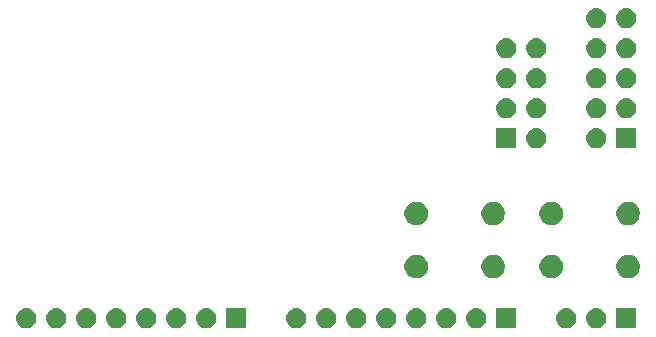
<source format=gbr>
G04 #@! TF.GenerationSoftware,KiCad,Pcbnew,5.0.2+dfsg1-1*
G04 #@! TF.CreationDate,2020-10-09T16:27:47-03:00*
G04 #@! TF.ProjectId,esp3d_anet,65737033-645f-4616-9e65-742e6b696361,rev?*
G04 #@! TF.SameCoordinates,Original*
G04 #@! TF.FileFunction,Soldermask,Top*
G04 #@! TF.FilePolarity,Negative*
%FSLAX46Y46*%
G04 Gerber Fmt 4.6, Leading zero omitted, Abs format (unit mm)*
G04 Created by KiCad (PCBNEW 5.0.2+dfsg1-1) date vie 09 oct 2020 16:27:47 -03*
%MOMM*%
%LPD*%
G01*
G04 APERTURE LIST*
%ADD10C,0.100000*%
G04 APERTURE END LIST*
D10*
G36*
X91020000Y-74510000D02*
X89320000Y-74510000D01*
X89320000Y-72810000D01*
X91020000Y-72810000D01*
X91020000Y-74510000D01*
X91020000Y-74510000D01*
G37*
G36*
X42076630Y-72822299D02*
X42236855Y-72870903D01*
X42384520Y-72949831D01*
X42513949Y-73056051D01*
X42620169Y-73185480D01*
X42699097Y-73333145D01*
X42747701Y-73493370D01*
X42764112Y-73660000D01*
X42747701Y-73826630D01*
X42699097Y-73986855D01*
X42620169Y-74134520D01*
X42513949Y-74263949D01*
X42384520Y-74370169D01*
X42236855Y-74449097D01*
X42076630Y-74497701D01*
X41951752Y-74510000D01*
X41868248Y-74510000D01*
X41743370Y-74497701D01*
X41583145Y-74449097D01*
X41435480Y-74370169D01*
X41306051Y-74263949D01*
X41199831Y-74134520D01*
X41120903Y-73986855D01*
X41072299Y-73826630D01*
X41055888Y-73660000D01*
X41072299Y-73493370D01*
X41120903Y-73333145D01*
X41199831Y-73185480D01*
X41306051Y-73056051D01*
X41435480Y-72949831D01*
X41583145Y-72870903D01*
X41743370Y-72822299D01*
X41868248Y-72810000D01*
X41951752Y-72810000D01*
X42076630Y-72822299D01*
X42076630Y-72822299D01*
G37*
G36*
X85256630Y-72822299D02*
X85416855Y-72870903D01*
X85564520Y-72949831D01*
X85693949Y-73056051D01*
X85800169Y-73185480D01*
X85879097Y-73333145D01*
X85927701Y-73493370D01*
X85944112Y-73660000D01*
X85927701Y-73826630D01*
X85879097Y-73986855D01*
X85800169Y-74134520D01*
X85693949Y-74263949D01*
X85564520Y-74370169D01*
X85416855Y-74449097D01*
X85256630Y-74497701D01*
X85131752Y-74510000D01*
X85048248Y-74510000D01*
X84923370Y-74497701D01*
X84763145Y-74449097D01*
X84615480Y-74370169D01*
X84486051Y-74263949D01*
X84379831Y-74134520D01*
X84300903Y-73986855D01*
X84252299Y-73826630D01*
X84235888Y-73660000D01*
X84252299Y-73493370D01*
X84300903Y-73333145D01*
X84379831Y-73185480D01*
X84486051Y-73056051D01*
X84615480Y-72949831D01*
X84763145Y-72870903D01*
X84923370Y-72822299D01*
X85048248Y-72810000D01*
X85131752Y-72810000D01*
X85256630Y-72822299D01*
X85256630Y-72822299D01*
G37*
G36*
X58000000Y-74510000D02*
X56300000Y-74510000D01*
X56300000Y-72810000D01*
X58000000Y-72810000D01*
X58000000Y-74510000D01*
X58000000Y-74510000D01*
G37*
G36*
X54776630Y-72822299D02*
X54936855Y-72870903D01*
X55084520Y-72949831D01*
X55213949Y-73056051D01*
X55320169Y-73185480D01*
X55399097Y-73333145D01*
X55447701Y-73493370D01*
X55464112Y-73660000D01*
X55447701Y-73826630D01*
X55399097Y-73986855D01*
X55320169Y-74134520D01*
X55213949Y-74263949D01*
X55084520Y-74370169D01*
X54936855Y-74449097D01*
X54776630Y-74497701D01*
X54651752Y-74510000D01*
X54568248Y-74510000D01*
X54443370Y-74497701D01*
X54283145Y-74449097D01*
X54135480Y-74370169D01*
X54006051Y-74263949D01*
X53899831Y-74134520D01*
X53820903Y-73986855D01*
X53772299Y-73826630D01*
X53755888Y-73660000D01*
X53772299Y-73493370D01*
X53820903Y-73333145D01*
X53899831Y-73185480D01*
X54006051Y-73056051D01*
X54135480Y-72949831D01*
X54283145Y-72870903D01*
X54443370Y-72822299D01*
X54568248Y-72810000D01*
X54651752Y-72810000D01*
X54776630Y-72822299D01*
X54776630Y-72822299D01*
G37*
G36*
X52236630Y-72822299D02*
X52396855Y-72870903D01*
X52544520Y-72949831D01*
X52673949Y-73056051D01*
X52780169Y-73185480D01*
X52859097Y-73333145D01*
X52907701Y-73493370D01*
X52924112Y-73660000D01*
X52907701Y-73826630D01*
X52859097Y-73986855D01*
X52780169Y-74134520D01*
X52673949Y-74263949D01*
X52544520Y-74370169D01*
X52396855Y-74449097D01*
X52236630Y-74497701D01*
X52111752Y-74510000D01*
X52028248Y-74510000D01*
X51903370Y-74497701D01*
X51743145Y-74449097D01*
X51595480Y-74370169D01*
X51466051Y-74263949D01*
X51359831Y-74134520D01*
X51280903Y-73986855D01*
X51232299Y-73826630D01*
X51215888Y-73660000D01*
X51232299Y-73493370D01*
X51280903Y-73333145D01*
X51359831Y-73185480D01*
X51466051Y-73056051D01*
X51595480Y-72949831D01*
X51743145Y-72870903D01*
X51903370Y-72822299D01*
X52028248Y-72810000D01*
X52111752Y-72810000D01*
X52236630Y-72822299D01*
X52236630Y-72822299D01*
G37*
G36*
X49696630Y-72822299D02*
X49856855Y-72870903D01*
X50004520Y-72949831D01*
X50133949Y-73056051D01*
X50240169Y-73185480D01*
X50319097Y-73333145D01*
X50367701Y-73493370D01*
X50384112Y-73660000D01*
X50367701Y-73826630D01*
X50319097Y-73986855D01*
X50240169Y-74134520D01*
X50133949Y-74263949D01*
X50004520Y-74370169D01*
X49856855Y-74449097D01*
X49696630Y-74497701D01*
X49571752Y-74510000D01*
X49488248Y-74510000D01*
X49363370Y-74497701D01*
X49203145Y-74449097D01*
X49055480Y-74370169D01*
X48926051Y-74263949D01*
X48819831Y-74134520D01*
X48740903Y-73986855D01*
X48692299Y-73826630D01*
X48675888Y-73660000D01*
X48692299Y-73493370D01*
X48740903Y-73333145D01*
X48819831Y-73185480D01*
X48926051Y-73056051D01*
X49055480Y-72949831D01*
X49203145Y-72870903D01*
X49363370Y-72822299D01*
X49488248Y-72810000D01*
X49571752Y-72810000D01*
X49696630Y-72822299D01*
X49696630Y-72822299D01*
G37*
G36*
X47156630Y-72822299D02*
X47316855Y-72870903D01*
X47464520Y-72949831D01*
X47593949Y-73056051D01*
X47700169Y-73185480D01*
X47779097Y-73333145D01*
X47827701Y-73493370D01*
X47844112Y-73660000D01*
X47827701Y-73826630D01*
X47779097Y-73986855D01*
X47700169Y-74134520D01*
X47593949Y-74263949D01*
X47464520Y-74370169D01*
X47316855Y-74449097D01*
X47156630Y-74497701D01*
X47031752Y-74510000D01*
X46948248Y-74510000D01*
X46823370Y-74497701D01*
X46663145Y-74449097D01*
X46515480Y-74370169D01*
X46386051Y-74263949D01*
X46279831Y-74134520D01*
X46200903Y-73986855D01*
X46152299Y-73826630D01*
X46135888Y-73660000D01*
X46152299Y-73493370D01*
X46200903Y-73333145D01*
X46279831Y-73185480D01*
X46386051Y-73056051D01*
X46515480Y-72949831D01*
X46663145Y-72870903D01*
X46823370Y-72822299D01*
X46948248Y-72810000D01*
X47031752Y-72810000D01*
X47156630Y-72822299D01*
X47156630Y-72822299D01*
G37*
G36*
X44616630Y-72822299D02*
X44776855Y-72870903D01*
X44924520Y-72949831D01*
X45053949Y-73056051D01*
X45160169Y-73185480D01*
X45239097Y-73333145D01*
X45287701Y-73493370D01*
X45304112Y-73660000D01*
X45287701Y-73826630D01*
X45239097Y-73986855D01*
X45160169Y-74134520D01*
X45053949Y-74263949D01*
X44924520Y-74370169D01*
X44776855Y-74449097D01*
X44616630Y-74497701D01*
X44491752Y-74510000D01*
X44408248Y-74510000D01*
X44283370Y-74497701D01*
X44123145Y-74449097D01*
X43975480Y-74370169D01*
X43846051Y-74263949D01*
X43739831Y-74134520D01*
X43660903Y-73986855D01*
X43612299Y-73826630D01*
X43595888Y-73660000D01*
X43612299Y-73493370D01*
X43660903Y-73333145D01*
X43739831Y-73185480D01*
X43846051Y-73056051D01*
X43975480Y-72949831D01*
X44123145Y-72870903D01*
X44283370Y-72822299D01*
X44408248Y-72810000D01*
X44491752Y-72810000D01*
X44616630Y-72822299D01*
X44616630Y-72822299D01*
G37*
G36*
X87796630Y-72822299D02*
X87956855Y-72870903D01*
X88104520Y-72949831D01*
X88233949Y-73056051D01*
X88340169Y-73185480D01*
X88419097Y-73333145D01*
X88467701Y-73493370D01*
X88484112Y-73660000D01*
X88467701Y-73826630D01*
X88419097Y-73986855D01*
X88340169Y-74134520D01*
X88233949Y-74263949D01*
X88104520Y-74370169D01*
X87956855Y-74449097D01*
X87796630Y-74497701D01*
X87671752Y-74510000D01*
X87588248Y-74510000D01*
X87463370Y-74497701D01*
X87303145Y-74449097D01*
X87155480Y-74370169D01*
X87026051Y-74263949D01*
X86919831Y-74134520D01*
X86840903Y-73986855D01*
X86792299Y-73826630D01*
X86775888Y-73660000D01*
X86792299Y-73493370D01*
X86840903Y-73333145D01*
X86919831Y-73185480D01*
X87026051Y-73056051D01*
X87155480Y-72949831D01*
X87303145Y-72870903D01*
X87463370Y-72822299D01*
X87588248Y-72810000D01*
X87671752Y-72810000D01*
X87796630Y-72822299D01*
X87796630Y-72822299D01*
G37*
G36*
X39536630Y-72822299D02*
X39696855Y-72870903D01*
X39844520Y-72949831D01*
X39973949Y-73056051D01*
X40080169Y-73185480D01*
X40159097Y-73333145D01*
X40207701Y-73493370D01*
X40224112Y-73660000D01*
X40207701Y-73826630D01*
X40159097Y-73986855D01*
X40080169Y-74134520D01*
X39973949Y-74263949D01*
X39844520Y-74370169D01*
X39696855Y-74449097D01*
X39536630Y-74497701D01*
X39411752Y-74510000D01*
X39328248Y-74510000D01*
X39203370Y-74497701D01*
X39043145Y-74449097D01*
X38895480Y-74370169D01*
X38766051Y-74263949D01*
X38659831Y-74134520D01*
X38580903Y-73986855D01*
X38532299Y-73826630D01*
X38515888Y-73660000D01*
X38532299Y-73493370D01*
X38580903Y-73333145D01*
X38659831Y-73185480D01*
X38766051Y-73056051D01*
X38895480Y-72949831D01*
X39043145Y-72870903D01*
X39203370Y-72822299D01*
X39328248Y-72810000D01*
X39411752Y-72810000D01*
X39536630Y-72822299D01*
X39536630Y-72822299D01*
G37*
G36*
X62396630Y-72822299D02*
X62556855Y-72870903D01*
X62704520Y-72949831D01*
X62833949Y-73056051D01*
X62940169Y-73185480D01*
X63019097Y-73333145D01*
X63067701Y-73493370D01*
X63084112Y-73660000D01*
X63067701Y-73826630D01*
X63019097Y-73986855D01*
X62940169Y-74134520D01*
X62833949Y-74263949D01*
X62704520Y-74370169D01*
X62556855Y-74449097D01*
X62396630Y-74497701D01*
X62271752Y-74510000D01*
X62188248Y-74510000D01*
X62063370Y-74497701D01*
X61903145Y-74449097D01*
X61755480Y-74370169D01*
X61626051Y-74263949D01*
X61519831Y-74134520D01*
X61440903Y-73986855D01*
X61392299Y-73826630D01*
X61375888Y-73660000D01*
X61392299Y-73493370D01*
X61440903Y-73333145D01*
X61519831Y-73185480D01*
X61626051Y-73056051D01*
X61755480Y-72949831D01*
X61903145Y-72870903D01*
X62063370Y-72822299D01*
X62188248Y-72810000D01*
X62271752Y-72810000D01*
X62396630Y-72822299D01*
X62396630Y-72822299D01*
G37*
G36*
X64936630Y-72822299D02*
X65096855Y-72870903D01*
X65244520Y-72949831D01*
X65373949Y-73056051D01*
X65480169Y-73185480D01*
X65559097Y-73333145D01*
X65607701Y-73493370D01*
X65624112Y-73660000D01*
X65607701Y-73826630D01*
X65559097Y-73986855D01*
X65480169Y-74134520D01*
X65373949Y-74263949D01*
X65244520Y-74370169D01*
X65096855Y-74449097D01*
X64936630Y-74497701D01*
X64811752Y-74510000D01*
X64728248Y-74510000D01*
X64603370Y-74497701D01*
X64443145Y-74449097D01*
X64295480Y-74370169D01*
X64166051Y-74263949D01*
X64059831Y-74134520D01*
X63980903Y-73986855D01*
X63932299Y-73826630D01*
X63915888Y-73660000D01*
X63932299Y-73493370D01*
X63980903Y-73333145D01*
X64059831Y-73185480D01*
X64166051Y-73056051D01*
X64295480Y-72949831D01*
X64443145Y-72870903D01*
X64603370Y-72822299D01*
X64728248Y-72810000D01*
X64811752Y-72810000D01*
X64936630Y-72822299D01*
X64936630Y-72822299D01*
G37*
G36*
X67476630Y-72822299D02*
X67636855Y-72870903D01*
X67784520Y-72949831D01*
X67913949Y-73056051D01*
X68020169Y-73185480D01*
X68099097Y-73333145D01*
X68147701Y-73493370D01*
X68164112Y-73660000D01*
X68147701Y-73826630D01*
X68099097Y-73986855D01*
X68020169Y-74134520D01*
X67913949Y-74263949D01*
X67784520Y-74370169D01*
X67636855Y-74449097D01*
X67476630Y-74497701D01*
X67351752Y-74510000D01*
X67268248Y-74510000D01*
X67143370Y-74497701D01*
X66983145Y-74449097D01*
X66835480Y-74370169D01*
X66706051Y-74263949D01*
X66599831Y-74134520D01*
X66520903Y-73986855D01*
X66472299Y-73826630D01*
X66455888Y-73660000D01*
X66472299Y-73493370D01*
X66520903Y-73333145D01*
X66599831Y-73185480D01*
X66706051Y-73056051D01*
X66835480Y-72949831D01*
X66983145Y-72870903D01*
X67143370Y-72822299D01*
X67268248Y-72810000D01*
X67351752Y-72810000D01*
X67476630Y-72822299D01*
X67476630Y-72822299D01*
G37*
G36*
X70016630Y-72822299D02*
X70176855Y-72870903D01*
X70324520Y-72949831D01*
X70453949Y-73056051D01*
X70560169Y-73185480D01*
X70639097Y-73333145D01*
X70687701Y-73493370D01*
X70704112Y-73660000D01*
X70687701Y-73826630D01*
X70639097Y-73986855D01*
X70560169Y-74134520D01*
X70453949Y-74263949D01*
X70324520Y-74370169D01*
X70176855Y-74449097D01*
X70016630Y-74497701D01*
X69891752Y-74510000D01*
X69808248Y-74510000D01*
X69683370Y-74497701D01*
X69523145Y-74449097D01*
X69375480Y-74370169D01*
X69246051Y-74263949D01*
X69139831Y-74134520D01*
X69060903Y-73986855D01*
X69012299Y-73826630D01*
X68995888Y-73660000D01*
X69012299Y-73493370D01*
X69060903Y-73333145D01*
X69139831Y-73185480D01*
X69246051Y-73056051D01*
X69375480Y-72949831D01*
X69523145Y-72870903D01*
X69683370Y-72822299D01*
X69808248Y-72810000D01*
X69891752Y-72810000D01*
X70016630Y-72822299D01*
X70016630Y-72822299D01*
G37*
G36*
X72556630Y-72822299D02*
X72716855Y-72870903D01*
X72864520Y-72949831D01*
X72993949Y-73056051D01*
X73100169Y-73185480D01*
X73179097Y-73333145D01*
X73227701Y-73493370D01*
X73244112Y-73660000D01*
X73227701Y-73826630D01*
X73179097Y-73986855D01*
X73100169Y-74134520D01*
X72993949Y-74263949D01*
X72864520Y-74370169D01*
X72716855Y-74449097D01*
X72556630Y-74497701D01*
X72431752Y-74510000D01*
X72348248Y-74510000D01*
X72223370Y-74497701D01*
X72063145Y-74449097D01*
X71915480Y-74370169D01*
X71786051Y-74263949D01*
X71679831Y-74134520D01*
X71600903Y-73986855D01*
X71552299Y-73826630D01*
X71535888Y-73660000D01*
X71552299Y-73493370D01*
X71600903Y-73333145D01*
X71679831Y-73185480D01*
X71786051Y-73056051D01*
X71915480Y-72949831D01*
X72063145Y-72870903D01*
X72223370Y-72822299D01*
X72348248Y-72810000D01*
X72431752Y-72810000D01*
X72556630Y-72822299D01*
X72556630Y-72822299D01*
G37*
G36*
X75096630Y-72822299D02*
X75256855Y-72870903D01*
X75404520Y-72949831D01*
X75533949Y-73056051D01*
X75640169Y-73185480D01*
X75719097Y-73333145D01*
X75767701Y-73493370D01*
X75784112Y-73660000D01*
X75767701Y-73826630D01*
X75719097Y-73986855D01*
X75640169Y-74134520D01*
X75533949Y-74263949D01*
X75404520Y-74370169D01*
X75256855Y-74449097D01*
X75096630Y-74497701D01*
X74971752Y-74510000D01*
X74888248Y-74510000D01*
X74763370Y-74497701D01*
X74603145Y-74449097D01*
X74455480Y-74370169D01*
X74326051Y-74263949D01*
X74219831Y-74134520D01*
X74140903Y-73986855D01*
X74092299Y-73826630D01*
X74075888Y-73660000D01*
X74092299Y-73493370D01*
X74140903Y-73333145D01*
X74219831Y-73185480D01*
X74326051Y-73056051D01*
X74455480Y-72949831D01*
X74603145Y-72870903D01*
X74763370Y-72822299D01*
X74888248Y-72810000D01*
X74971752Y-72810000D01*
X75096630Y-72822299D01*
X75096630Y-72822299D01*
G37*
G36*
X77636630Y-72822299D02*
X77796855Y-72870903D01*
X77944520Y-72949831D01*
X78073949Y-73056051D01*
X78180169Y-73185480D01*
X78259097Y-73333145D01*
X78307701Y-73493370D01*
X78324112Y-73660000D01*
X78307701Y-73826630D01*
X78259097Y-73986855D01*
X78180169Y-74134520D01*
X78073949Y-74263949D01*
X77944520Y-74370169D01*
X77796855Y-74449097D01*
X77636630Y-74497701D01*
X77511752Y-74510000D01*
X77428248Y-74510000D01*
X77303370Y-74497701D01*
X77143145Y-74449097D01*
X76995480Y-74370169D01*
X76866051Y-74263949D01*
X76759831Y-74134520D01*
X76680903Y-73986855D01*
X76632299Y-73826630D01*
X76615888Y-73660000D01*
X76632299Y-73493370D01*
X76680903Y-73333145D01*
X76759831Y-73185480D01*
X76866051Y-73056051D01*
X76995480Y-72949831D01*
X77143145Y-72870903D01*
X77303370Y-72822299D01*
X77428248Y-72810000D01*
X77511752Y-72810000D01*
X77636630Y-72822299D01*
X77636630Y-72822299D01*
G37*
G36*
X80860000Y-74510000D02*
X79160000Y-74510000D01*
X79160000Y-72810000D01*
X80860000Y-72810000D01*
X80860000Y-74510000D01*
X80860000Y-74510000D01*
G37*
G36*
X83995770Y-68285372D02*
X84111689Y-68308429D01*
X84293678Y-68383811D01*
X84457463Y-68493249D01*
X84596751Y-68632537D01*
X84706189Y-68796322D01*
X84781571Y-68978311D01*
X84820000Y-69171509D01*
X84820000Y-69368491D01*
X84781571Y-69561689D01*
X84706189Y-69743678D01*
X84596751Y-69907463D01*
X84457463Y-70046751D01*
X84293678Y-70156189D01*
X84111689Y-70231571D01*
X83995770Y-70254628D01*
X83918493Y-70270000D01*
X83721507Y-70270000D01*
X83644230Y-70254628D01*
X83528311Y-70231571D01*
X83346322Y-70156189D01*
X83182537Y-70046751D01*
X83043249Y-69907463D01*
X82933811Y-69743678D01*
X82858429Y-69561689D01*
X82820000Y-69368491D01*
X82820000Y-69171509D01*
X82858429Y-68978311D01*
X82933811Y-68796322D01*
X83043249Y-68632537D01*
X83182537Y-68493249D01*
X83346322Y-68383811D01*
X83528311Y-68308429D01*
X83644230Y-68285372D01*
X83721507Y-68270000D01*
X83918493Y-68270000D01*
X83995770Y-68285372D01*
X83995770Y-68285372D01*
G37*
G36*
X79065770Y-68285372D02*
X79181689Y-68308429D01*
X79363678Y-68383811D01*
X79527463Y-68493249D01*
X79666751Y-68632537D01*
X79776189Y-68796322D01*
X79851571Y-68978311D01*
X79890000Y-69171509D01*
X79890000Y-69368491D01*
X79851571Y-69561689D01*
X79776189Y-69743678D01*
X79666751Y-69907463D01*
X79527463Y-70046751D01*
X79363678Y-70156189D01*
X79181689Y-70231571D01*
X79065770Y-70254628D01*
X78988493Y-70270000D01*
X78791507Y-70270000D01*
X78714230Y-70254628D01*
X78598311Y-70231571D01*
X78416322Y-70156189D01*
X78252537Y-70046751D01*
X78113249Y-69907463D01*
X78003811Y-69743678D01*
X77928429Y-69561689D01*
X77890000Y-69368491D01*
X77890000Y-69171509D01*
X77928429Y-68978311D01*
X78003811Y-68796322D01*
X78113249Y-68632537D01*
X78252537Y-68493249D01*
X78416322Y-68383811D01*
X78598311Y-68308429D01*
X78714230Y-68285372D01*
X78791507Y-68270000D01*
X78988493Y-68270000D01*
X79065770Y-68285372D01*
X79065770Y-68285372D01*
G37*
G36*
X72565770Y-68285372D02*
X72681689Y-68308429D01*
X72863678Y-68383811D01*
X73027463Y-68493249D01*
X73166751Y-68632537D01*
X73276189Y-68796322D01*
X73351571Y-68978311D01*
X73390000Y-69171509D01*
X73390000Y-69368491D01*
X73351571Y-69561689D01*
X73276189Y-69743678D01*
X73166751Y-69907463D01*
X73027463Y-70046751D01*
X72863678Y-70156189D01*
X72681689Y-70231571D01*
X72565770Y-70254628D01*
X72488493Y-70270000D01*
X72291507Y-70270000D01*
X72214230Y-70254628D01*
X72098311Y-70231571D01*
X71916322Y-70156189D01*
X71752537Y-70046751D01*
X71613249Y-69907463D01*
X71503811Y-69743678D01*
X71428429Y-69561689D01*
X71390000Y-69368491D01*
X71390000Y-69171509D01*
X71428429Y-68978311D01*
X71503811Y-68796322D01*
X71613249Y-68632537D01*
X71752537Y-68493249D01*
X71916322Y-68383811D01*
X72098311Y-68308429D01*
X72214230Y-68285372D01*
X72291507Y-68270000D01*
X72488493Y-68270000D01*
X72565770Y-68285372D01*
X72565770Y-68285372D01*
G37*
G36*
X90495770Y-68285372D02*
X90611689Y-68308429D01*
X90793678Y-68383811D01*
X90957463Y-68493249D01*
X91096751Y-68632537D01*
X91206189Y-68796322D01*
X91281571Y-68978311D01*
X91320000Y-69171509D01*
X91320000Y-69368491D01*
X91281571Y-69561689D01*
X91206189Y-69743678D01*
X91096751Y-69907463D01*
X90957463Y-70046751D01*
X90793678Y-70156189D01*
X90611689Y-70231571D01*
X90495770Y-70254628D01*
X90418493Y-70270000D01*
X90221507Y-70270000D01*
X90144230Y-70254628D01*
X90028311Y-70231571D01*
X89846322Y-70156189D01*
X89682537Y-70046751D01*
X89543249Y-69907463D01*
X89433811Y-69743678D01*
X89358429Y-69561689D01*
X89320000Y-69368491D01*
X89320000Y-69171509D01*
X89358429Y-68978311D01*
X89433811Y-68796322D01*
X89543249Y-68632537D01*
X89682537Y-68493249D01*
X89846322Y-68383811D01*
X90028311Y-68308429D01*
X90144230Y-68285372D01*
X90221507Y-68270000D01*
X90418493Y-68270000D01*
X90495770Y-68285372D01*
X90495770Y-68285372D01*
G37*
G36*
X79065770Y-63785372D02*
X79181689Y-63808429D01*
X79363678Y-63883811D01*
X79527463Y-63993249D01*
X79666751Y-64132537D01*
X79776189Y-64296322D01*
X79851571Y-64478311D01*
X79890000Y-64671509D01*
X79890000Y-64868491D01*
X79851571Y-65061689D01*
X79776189Y-65243678D01*
X79666751Y-65407463D01*
X79527463Y-65546751D01*
X79363678Y-65656189D01*
X79181689Y-65731571D01*
X79065770Y-65754628D01*
X78988493Y-65770000D01*
X78791507Y-65770000D01*
X78714230Y-65754628D01*
X78598311Y-65731571D01*
X78416322Y-65656189D01*
X78252537Y-65546751D01*
X78113249Y-65407463D01*
X78003811Y-65243678D01*
X77928429Y-65061689D01*
X77890000Y-64868491D01*
X77890000Y-64671509D01*
X77928429Y-64478311D01*
X78003811Y-64296322D01*
X78113249Y-64132537D01*
X78252537Y-63993249D01*
X78416322Y-63883811D01*
X78598311Y-63808429D01*
X78714230Y-63785372D01*
X78791507Y-63770000D01*
X78988493Y-63770000D01*
X79065770Y-63785372D01*
X79065770Y-63785372D01*
G37*
G36*
X72565770Y-63785372D02*
X72681689Y-63808429D01*
X72863678Y-63883811D01*
X73027463Y-63993249D01*
X73166751Y-64132537D01*
X73276189Y-64296322D01*
X73351571Y-64478311D01*
X73390000Y-64671509D01*
X73390000Y-64868491D01*
X73351571Y-65061689D01*
X73276189Y-65243678D01*
X73166751Y-65407463D01*
X73027463Y-65546751D01*
X72863678Y-65656189D01*
X72681689Y-65731571D01*
X72565770Y-65754628D01*
X72488493Y-65770000D01*
X72291507Y-65770000D01*
X72214230Y-65754628D01*
X72098311Y-65731571D01*
X71916322Y-65656189D01*
X71752537Y-65546751D01*
X71613249Y-65407463D01*
X71503811Y-65243678D01*
X71428429Y-65061689D01*
X71390000Y-64868491D01*
X71390000Y-64671509D01*
X71428429Y-64478311D01*
X71503811Y-64296322D01*
X71613249Y-64132537D01*
X71752537Y-63993249D01*
X71916322Y-63883811D01*
X72098311Y-63808429D01*
X72214230Y-63785372D01*
X72291507Y-63770000D01*
X72488493Y-63770000D01*
X72565770Y-63785372D01*
X72565770Y-63785372D01*
G37*
G36*
X83995770Y-63785372D02*
X84111689Y-63808429D01*
X84293678Y-63883811D01*
X84457463Y-63993249D01*
X84596751Y-64132537D01*
X84706189Y-64296322D01*
X84781571Y-64478311D01*
X84820000Y-64671509D01*
X84820000Y-64868491D01*
X84781571Y-65061689D01*
X84706189Y-65243678D01*
X84596751Y-65407463D01*
X84457463Y-65546751D01*
X84293678Y-65656189D01*
X84111689Y-65731571D01*
X83995770Y-65754628D01*
X83918493Y-65770000D01*
X83721507Y-65770000D01*
X83644230Y-65754628D01*
X83528311Y-65731571D01*
X83346322Y-65656189D01*
X83182537Y-65546751D01*
X83043249Y-65407463D01*
X82933811Y-65243678D01*
X82858429Y-65061689D01*
X82820000Y-64868491D01*
X82820000Y-64671509D01*
X82858429Y-64478311D01*
X82933811Y-64296322D01*
X83043249Y-64132537D01*
X83182537Y-63993249D01*
X83346322Y-63883811D01*
X83528311Y-63808429D01*
X83644230Y-63785372D01*
X83721507Y-63770000D01*
X83918493Y-63770000D01*
X83995770Y-63785372D01*
X83995770Y-63785372D01*
G37*
G36*
X90495770Y-63785372D02*
X90611689Y-63808429D01*
X90793678Y-63883811D01*
X90957463Y-63993249D01*
X91096751Y-64132537D01*
X91206189Y-64296322D01*
X91281571Y-64478311D01*
X91320000Y-64671509D01*
X91320000Y-64868491D01*
X91281571Y-65061689D01*
X91206189Y-65243678D01*
X91096751Y-65407463D01*
X90957463Y-65546751D01*
X90793678Y-65656189D01*
X90611689Y-65731571D01*
X90495770Y-65754628D01*
X90418493Y-65770000D01*
X90221507Y-65770000D01*
X90144230Y-65754628D01*
X90028311Y-65731571D01*
X89846322Y-65656189D01*
X89682537Y-65546751D01*
X89543249Y-65407463D01*
X89433811Y-65243678D01*
X89358429Y-65061689D01*
X89320000Y-64868491D01*
X89320000Y-64671509D01*
X89358429Y-64478311D01*
X89433811Y-64296322D01*
X89543249Y-64132537D01*
X89682537Y-63993249D01*
X89846322Y-63883811D01*
X90028311Y-63808429D01*
X90144230Y-63785372D01*
X90221507Y-63770000D01*
X90418493Y-63770000D01*
X90495770Y-63785372D01*
X90495770Y-63785372D01*
G37*
G36*
X91020000Y-59270000D02*
X89320000Y-59270000D01*
X89320000Y-57570000D01*
X91020000Y-57570000D01*
X91020000Y-59270000D01*
X91020000Y-59270000D01*
G37*
G36*
X87796630Y-57582299D02*
X87956855Y-57630903D01*
X88104520Y-57709831D01*
X88233949Y-57816051D01*
X88340169Y-57945480D01*
X88419097Y-58093145D01*
X88467701Y-58253370D01*
X88484112Y-58420000D01*
X88467701Y-58586630D01*
X88419097Y-58746855D01*
X88340169Y-58894520D01*
X88233949Y-59023949D01*
X88104520Y-59130169D01*
X87956855Y-59209097D01*
X87796630Y-59257701D01*
X87671752Y-59270000D01*
X87588248Y-59270000D01*
X87463370Y-59257701D01*
X87303145Y-59209097D01*
X87155480Y-59130169D01*
X87026051Y-59023949D01*
X86919831Y-58894520D01*
X86840903Y-58746855D01*
X86792299Y-58586630D01*
X86775888Y-58420000D01*
X86792299Y-58253370D01*
X86840903Y-58093145D01*
X86919831Y-57945480D01*
X87026051Y-57816051D01*
X87155480Y-57709831D01*
X87303145Y-57630903D01*
X87463370Y-57582299D01*
X87588248Y-57570000D01*
X87671752Y-57570000D01*
X87796630Y-57582299D01*
X87796630Y-57582299D01*
G37*
G36*
X80860000Y-59270000D02*
X79160000Y-59270000D01*
X79160000Y-57570000D01*
X80860000Y-57570000D01*
X80860000Y-59270000D01*
X80860000Y-59270000D01*
G37*
G36*
X82716630Y-57582299D02*
X82876855Y-57630903D01*
X83024520Y-57709831D01*
X83153949Y-57816051D01*
X83260169Y-57945480D01*
X83339097Y-58093145D01*
X83387701Y-58253370D01*
X83404112Y-58420000D01*
X83387701Y-58586630D01*
X83339097Y-58746855D01*
X83260169Y-58894520D01*
X83153949Y-59023949D01*
X83024520Y-59130169D01*
X82876855Y-59209097D01*
X82716630Y-59257701D01*
X82591752Y-59270000D01*
X82508248Y-59270000D01*
X82383370Y-59257701D01*
X82223145Y-59209097D01*
X82075480Y-59130169D01*
X81946051Y-59023949D01*
X81839831Y-58894520D01*
X81760903Y-58746855D01*
X81712299Y-58586630D01*
X81695888Y-58420000D01*
X81712299Y-58253370D01*
X81760903Y-58093145D01*
X81839831Y-57945480D01*
X81946051Y-57816051D01*
X82075480Y-57709831D01*
X82223145Y-57630903D01*
X82383370Y-57582299D01*
X82508248Y-57570000D01*
X82591752Y-57570000D01*
X82716630Y-57582299D01*
X82716630Y-57582299D01*
G37*
G36*
X87796630Y-55042299D02*
X87956855Y-55090903D01*
X88104520Y-55169831D01*
X88233949Y-55276051D01*
X88340169Y-55405480D01*
X88419097Y-55553145D01*
X88467701Y-55713370D01*
X88484112Y-55880000D01*
X88467701Y-56046630D01*
X88419097Y-56206855D01*
X88340169Y-56354520D01*
X88233949Y-56483949D01*
X88104520Y-56590169D01*
X87956855Y-56669097D01*
X87796630Y-56717701D01*
X87671752Y-56730000D01*
X87588248Y-56730000D01*
X87463370Y-56717701D01*
X87303145Y-56669097D01*
X87155480Y-56590169D01*
X87026051Y-56483949D01*
X86919831Y-56354520D01*
X86840903Y-56206855D01*
X86792299Y-56046630D01*
X86775888Y-55880000D01*
X86792299Y-55713370D01*
X86840903Y-55553145D01*
X86919831Y-55405480D01*
X87026051Y-55276051D01*
X87155480Y-55169831D01*
X87303145Y-55090903D01*
X87463370Y-55042299D01*
X87588248Y-55030000D01*
X87671752Y-55030000D01*
X87796630Y-55042299D01*
X87796630Y-55042299D01*
G37*
G36*
X90336630Y-55042299D02*
X90496855Y-55090903D01*
X90644520Y-55169831D01*
X90773949Y-55276051D01*
X90880169Y-55405480D01*
X90959097Y-55553145D01*
X91007701Y-55713370D01*
X91024112Y-55880000D01*
X91007701Y-56046630D01*
X90959097Y-56206855D01*
X90880169Y-56354520D01*
X90773949Y-56483949D01*
X90644520Y-56590169D01*
X90496855Y-56669097D01*
X90336630Y-56717701D01*
X90211752Y-56730000D01*
X90128248Y-56730000D01*
X90003370Y-56717701D01*
X89843145Y-56669097D01*
X89695480Y-56590169D01*
X89566051Y-56483949D01*
X89459831Y-56354520D01*
X89380903Y-56206855D01*
X89332299Y-56046630D01*
X89315888Y-55880000D01*
X89332299Y-55713370D01*
X89380903Y-55553145D01*
X89459831Y-55405480D01*
X89566051Y-55276051D01*
X89695480Y-55169831D01*
X89843145Y-55090903D01*
X90003370Y-55042299D01*
X90128248Y-55030000D01*
X90211752Y-55030000D01*
X90336630Y-55042299D01*
X90336630Y-55042299D01*
G37*
G36*
X82716630Y-55042299D02*
X82876855Y-55090903D01*
X83024520Y-55169831D01*
X83153949Y-55276051D01*
X83260169Y-55405480D01*
X83339097Y-55553145D01*
X83387701Y-55713370D01*
X83404112Y-55880000D01*
X83387701Y-56046630D01*
X83339097Y-56206855D01*
X83260169Y-56354520D01*
X83153949Y-56483949D01*
X83024520Y-56590169D01*
X82876855Y-56669097D01*
X82716630Y-56717701D01*
X82591752Y-56730000D01*
X82508248Y-56730000D01*
X82383370Y-56717701D01*
X82223145Y-56669097D01*
X82075480Y-56590169D01*
X81946051Y-56483949D01*
X81839831Y-56354520D01*
X81760903Y-56206855D01*
X81712299Y-56046630D01*
X81695888Y-55880000D01*
X81712299Y-55713370D01*
X81760903Y-55553145D01*
X81839831Y-55405480D01*
X81946051Y-55276051D01*
X82075480Y-55169831D01*
X82223145Y-55090903D01*
X82383370Y-55042299D01*
X82508248Y-55030000D01*
X82591752Y-55030000D01*
X82716630Y-55042299D01*
X82716630Y-55042299D01*
G37*
G36*
X80176630Y-55042299D02*
X80336855Y-55090903D01*
X80484520Y-55169831D01*
X80613949Y-55276051D01*
X80720169Y-55405480D01*
X80799097Y-55553145D01*
X80847701Y-55713370D01*
X80864112Y-55880000D01*
X80847701Y-56046630D01*
X80799097Y-56206855D01*
X80720169Y-56354520D01*
X80613949Y-56483949D01*
X80484520Y-56590169D01*
X80336855Y-56669097D01*
X80176630Y-56717701D01*
X80051752Y-56730000D01*
X79968248Y-56730000D01*
X79843370Y-56717701D01*
X79683145Y-56669097D01*
X79535480Y-56590169D01*
X79406051Y-56483949D01*
X79299831Y-56354520D01*
X79220903Y-56206855D01*
X79172299Y-56046630D01*
X79155888Y-55880000D01*
X79172299Y-55713370D01*
X79220903Y-55553145D01*
X79299831Y-55405480D01*
X79406051Y-55276051D01*
X79535480Y-55169831D01*
X79683145Y-55090903D01*
X79843370Y-55042299D01*
X79968248Y-55030000D01*
X80051752Y-55030000D01*
X80176630Y-55042299D01*
X80176630Y-55042299D01*
G37*
G36*
X80176630Y-52502299D02*
X80336855Y-52550903D01*
X80484520Y-52629831D01*
X80613949Y-52736051D01*
X80720169Y-52865480D01*
X80799097Y-53013145D01*
X80847701Y-53173370D01*
X80864112Y-53340000D01*
X80847701Y-53506630D01*
X80799097Y-53666855D01*
X80720169Y-53814520D01*
X80613949Y-53943949D01*
X80484520Y-54050169D01*
X80336855Y-54129097D01*
X80176630Y-54177701D01*
X80051752Y-54190000D01*
X79968248Y-54190000D01*
X79843370Y-54177701D01*
X79683145Y-54129097D01*
X79535480Y-54050169D01*
X79406051Y-53943949D01*
X79299831Y-53814520D01*
X79220903Y-53666855D01*
X79172299Y-53506630D01*
X79155888Y-53340000D01*
X79172299Y-53173370D01*
X79220903Y-53013145D01*
X79299831Y-52865480D01*
X79406051Y-52736051D01*
X79535480Y-52629831D01*
X79683145Y-52550903D01*
X79843370Y-52502299D01*
X79968248Y-52490000D01*
X80051752Y-52490000D01*
X80176630Y-52502299D01*
X80176630Y-52502299D01*
G37*
G36*
X87796630Y-52502299D02*
X87956855Y-52550903D01*
X88104520Y-52629831D01*
X88233949Y-52736051D01*
X88340169Y-52865480D01*
X88419097Y-53013145D01*
X88467701Y-53173370D01*
X88484112Y-53340000D01*
X88467701Y-53506630D01*
X88419097Y-53666855D01*
X88340169Y-53814520D01*
X88233949Y-53943949D01*
X88104520Y-54050169D01*
X87956855Y-54129097D01*
X87796630Y-54177701D01*
X87671752Y-54190000D01*
X87588248Y-54190000D01*
X87463370Y-54177701D01*
X87303145Y-54129097D01*
X87155480Y-54050169D01*
X87026051Y-53943949D01*
X86919831Y-53814520D01*
X86840903Y-53666855D01*
X86792299Y-53506630D01*
X86775888Y-53340000D01*
X86792299Y-53173370D01*
X86840903Y-53013145D01*
X86919831Y-52865480D01*
X87026051Y-52736051D01*
X87155480Y-52629831D01*
X87303145Y-52550903D01*
X87463370Y-52502299D01*
X87588248Y-52490000D01*
X87671752Y-52490000D01*
X87796630Y-52502299D01*
X87796630Y-52502299D01*
G37*
G36*
X82716630Y-52502299D02*
X82876855Y-52550903D01*
X83024520Y-52629831D01*
X83153949Y-52736051D01*
X83260169Y-52865480D01*
X83339097Y-53013145D01*
X83387701Y-53173370D01*
X83404112Y-53340000D01*
X83387701Y-53506630D01*
X83339097Y-53666855D01*
X83260169Y-53814520D01*
X83153949Y-53943949D01*
X83024520Y-54050169D01*
X82876855Y-54129097D01*
X82716630Y-54177701D01*
X82591752Y-54190000D01*
X82508248Y-54190000D01*
X82383370Y-54177701D01*
X82223145Y-54129097D01*
X82075480Y-54050169D01*
X81946051Y-53943949D01*
X81839831Y-53814520D01*
X81760903Y-53666855D01*
X81712299Y-53506630D01*
X81695888Y-53340000D01*
X81712299Y-53173370D01*
X81760903Y-53013145D01*
X81839831Y-52865480D01*
X81946051Y-52736051D01*
X82075480Y-52629831D01*
X82223145Y-52550903D01*
X82383370Y-52502299D01*
X82508248Y-52490000D01*
X82591752Y-52490000D01*
X82716630Y-52502299D01*
X82716630Y-52502299D01*
G37*
G36*
X90336630Y-52502299D02*
X90496855Y-52550903D01*
X90644520Y-52629831D01*
X90773949Y-52736051D01*
X90880169Y-52865480D01*
X90959097Y-53013145D01*
X91007701Y-53173370D01*
X91024112Y-53340000D01*
X91007701Y-53506630D01*
X90959097Y-53666855D01*
X90880169Y-53814520D01*
X90773949Y-53943949D01*
X90644520Y-54050169D01*
X90496855Y-54129097D01*
X90336630Y-54177701D01*
X90211752Y-54190000D01*
X90128248Y-54190000D01*
X90003370Y-54177701D01*
X89843145Y-54129097D01*
X89695480Y-54050169D01*
X89566051Y-53943949D01*
X89459831Y-53814520D01*
X89380903Y-53666855D01*
X89332299Y-53506630D01*
X89315888Y-53340000D01*
X89332299Y-53173370D01*
X89380903Y-53013145D01*
X89459831Y-52865480D01*
X89566051Y-52736051D01*
X89695480Y-52629831D01*
X89843145Y-52550903D01*
X90003370Y-52502299D01*
X90128248Y-52490000D01*
X90211752Y-52490000D01*
X90336630Y-52502299D01*
X90336630Y-52502299D01*
G37*
G36*
X80176630Y-49962299D02*
X80336855Y-50010903D01*
X80484520Y-50089831D01*
X80613949Y-50196051D01*
X80720169Y-50325480D01*
X80799097Y-50473145D01*
X80847701Y-50633370D01*
X80864112Y-50800000D01*
X80847701Y-50966630D01*
X80799097Y-51126855D01*
X80720169Y-51274520D01*
X80613949Y-51403949D01*
X80484520Y-51510169D01*
X80336855Y-51589097D01*
X80176630Y-51637701D01*
X80051752Y-51650000D01*
X79968248Y-51650000D01*
X79843370Y-51637701D01*
X79683145Y-51589097D01*
X79535480Y-51510169D01*
X79406051Y-51403949D01*
X79299831Y-51274520D01*
X79220903Y-51126855D01*
X79172299Y-50966630D01*
X79155888Y-50800000D01*
X79172299Y-50633370D01*
X79220903Y-50473145D01*
X79299831Y-50325480D01*
X79406051Y-50196051D01*
X79535480Y-50089831D01*
X79683145Y-50010903D01*
X79843370Y-49962299D01*
X79968248Y-49950000D01*
X80051752Y-49950000D01*
X80176630Y-49962299D01*
X80176630Y-49962299D01*
G37*
G36*
X90336630Y-49962299D02*
X90496855Y-50010903D01*
X90644520Y-50089831D01*
X90773949Y-50196051D01*
X90880169Y-50325480D01*
X90959097Y-50473145D01*
X91007701Y-50633370D01*
X91024112Y-50800000D01*
X91007701Y-50966630D01*
X90959097Y-51126855D01*
X90880169Y-51274520D01*
X90773949Y-51403949D01*
X90644520Y-51510169D01*
X90496855Y-51589097D01*
X90336630Y-51637701D01*
X90211752Y-51650000D01*
X90128248Y-51650000D01*
X90003370Y-51637701D01*
X89843145Y-51589097D01*
X89695480Y-51510169D01*
X89566051Y-51403949D01*
X89459831Y-51274520D01*
X89380903Y-51126855D01*
X89332299Y-50966630D01*
X89315888Y-50800000D01*
X89332299Y-50633370D01*
X89380903Y-50473145D01*
X89459831Y-50325480D01*
X89566051Y-50196051D01*
X89695480Y-50089831D01*
X89843145Y-50010903D01*
X90003370Y-49962299D01*
X90128248Y-49950000D01*
X90211752Y-49950000D01*
X90336630Y-49962299D01*
X90336630Y-49962299D01*
G37*
G36*
X87796630Y-49962299D02*
X87956855Y-50010903D01*
X88104520Y-50089831D01*
X88233949Y-50196051D01*
X88340169Y-50325480D01*
X88419097Y-50473145D01*
X88467701Y-50633370D01*
X88484112Y-50800000D01*
X88467701Y-50966630D01*
X88419097Y-51126855D01*
X88340169Y-51274520D01*
X88233949Y-51403949D01*
X88104520Y-51510169D01*
X87956855Y-51589097D01*
X87796630Y-51637701D01*
X87671752Y-51650000D01*
X87588248Y-51650000D01*
X87463370Y-51637701D01*
X87303145Y-51589097D01*
X87155480Y-51510169D01*
X87026051Y-51403949D01*
X86919831Y-51274520D01*
X86840903Y-51126855D01*
X86792299Y-50966630D01*
X86775888Y-50800000D01*
X86792299Y-50633370D01*
X86840903Y-50473145D01*
X86919831Y-50325480D01*
X87026051Y-50196051D01*
X87155480Y-50089831D01*
X87303145Y-50010903D01*
X87463370Y-49962299D01*
X87588248Y-49950000D01*
X87671752Y-49950000D01*
X87796630Y-49962299D01*
X87796630Y-49962299D01*
G37*
G36*
X82716630Y-49962299D02*
X82876855Y-50010903D01*
X83024520Y-50089831D01*
X83153949Y-50196051D01*
X83260169Y-50325480D01*
X83339097Y-50473145D01*
X83387701Y-50633370D01*
X83404112Y-50800000D01*
X83387701Y-50966630D01*
X83339097Y-51126855D01*
X83260169Y-51274520D01*
X83153949Y-51403949D01*
X83024520Y-51510169D01*
X82876855Y-51589097D01*
X82716630Y-51637701D01*
X82591752Y-51650000D01*
X82508248Y-51650000D01*
X82383370Y-51637701D01*
X82223145Y-51589097D01*
X82075480Y-51510169D01*
X81946051Y-51403949D01*
X81839831Y-51274520D01*
X81760903Y-51126855D01*
X81712299Y-50966630D01*
X81695888Y-50800000D01*
X81712299Y-50633370D01*
X81760903Y-50473145D01*
X81839831Y-50325480D01*
X81946051Y-50196051D01*
X82075480Y-50089831D01*
X82223145Y-50010903D01*
X82383370Y-49962299D01*
X82508248Y-49950000D01*
X82591752Y-49950000D01*
X82716630Y-49962299D01*
X82716630Y-49962299D01*
G37*
G36*
X90336630Y-47422299D02*
X90496855Y-47470903D01*
X90644520Y-47549831D01*
X90773949Y-47656051D01*
X90880169Y-47785480D01*
X90959097Y-47933145D01*
X91007701Y-48093370D01*
X91024112Y-48260000D01*
X91007701Y-48426630D01*
X90959097Y-48586855D01*
X90880169Y-48734520D01*
X90773949Y-48863949D01*
X90644520Y-48970169D01*
X90496855Y-49049097D01*
X90336630Y-49097701D01*
X90211752Y-49110000D01*
X90128248Y-49110000D01*
X90003370Y-49097701D01*
X89843145Y-49049097D01*
X89695480Y-48970169D01*
X89566051Y-48863949D01*
X89459831Y-48734520D01*
X89380903Y-48586855D01*
X89332299Y-48426630D01*
X89315888Y-48260000D01*
X89332299Y-48093370D01*
X89380903Y-47933145D01*
X89459831Y-47785480D01*
X89566051Y-47656051D01*
X89695480Y-47549831D01*
X89843145Y-47470903D01*
X90003370Y-47422299D01*
X90128248Y-47410000D01*
X90211752Y-47410000D01*
X90336630Y-47422299D01*
X90336630Y-47422299D01*
G37*
G36*
X87796630Y-47422299D02*
X87956855Y-47470903D01*
X88104520Y-47549831D01*
X88233949Y-47656051D01*
X88340169Y-47785480D01*
X88419097Y-47933145D01*
X88467701Y-48093370D01*
X88484112Y-48260000D01*
X88467701Y-48426630D01*
X88419097Y-48586855D01*
X88340169Y-48734520D01*
X88233949Y-48863949D01*
X88104520Y-48970169D01*
X87956855Y-49049097D01*
X87796630Y-49097701D01*
X87671752Y-49110000D01*
X87588248Y-49110000D01*
X87463370Y-49097701D01*
X87303145Y-49049097D01*
X87155480Y-48970169D01*
X87026051Y-48863949D01*
X86919831Y-48734520D01*
X86840903Y-48586855D01*
X86792299Y-48426630D01*
X86775888Y-48260000D01*
X86792299Y-48093370D01*
X86840903Y-47933145D01*
X86919831Y-47785480D01*
X87026051Y-47656051D01*
X87155480Y-47549831D01*
X87303145Y-47470903D01*
X87463370Y-47422299D01*
X87588248Y-47410000D01*
X87671752Y-47410000D01*
X87796630Y-47422299D01*
X87796630Y-47422299D01*
G37*
M02*

</source>
